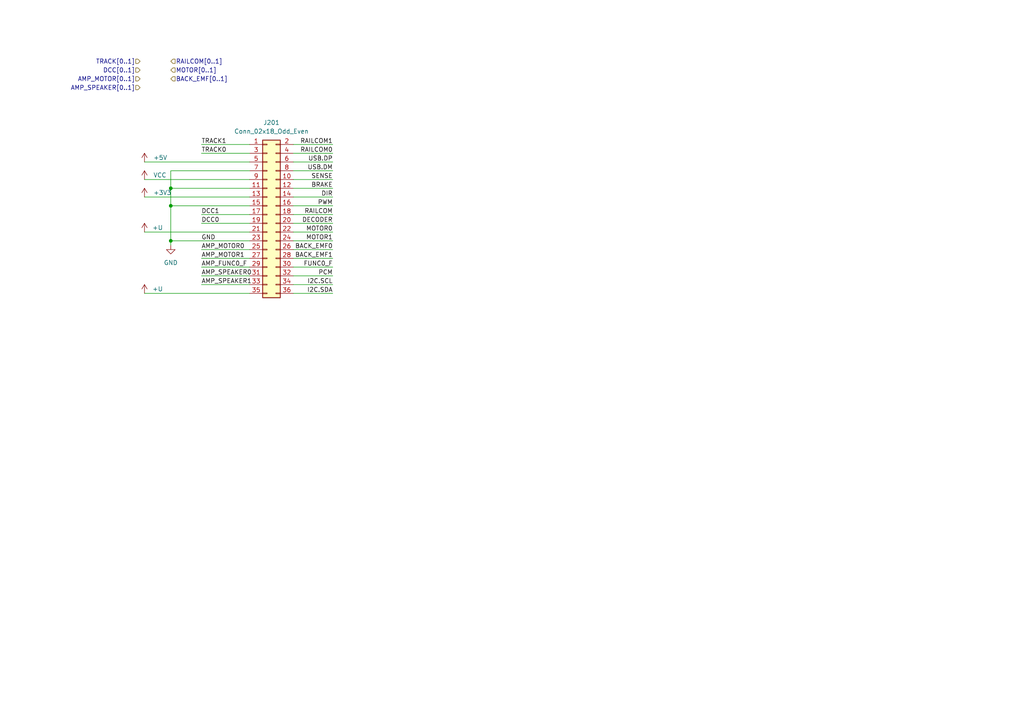
<source format=kicad_sch>
(kicad_sch (version 20231120) (generator "eeschema") (generator_version "8.0")
  (paper "A4")
  (lib_symbols
    (symbol "Connector_Generic:Conn_02x18_Odd_Even" (pin_names (offset 1.016) hide)
      (property "Reference" "J" (at 1.27 22.86 0))
      (property "Value" "Conn_02x18_Odd_Even" (at 1.27 -25.4 0))
      (symbol "Conn_02x18_Odd_Even_1_1"
        (rectangle (start -1.27 -22.733) (end 0 -22.987) (stroke (width 0.1524)))
        (rectangle (start -1.27 -20.193) (end 0 -20.447) (stroke (width 0.1524)))
        (rectangle (start -1.27 -17.653) (end 0 -17.907) (stroke (width 0.1524)))
        (rectangle (start -1.27 -15.113) (end 0 -15.367) (stroke (width 0.1524)))
        (rectangle (start -1.27 -12.573) (end 0 -12.827) (stroke (width 0.1524)))
        (rectangle (start -1.27 -10.033) (end 0 -10.287) (stroke (width 0.1524)))
        (rectangle (start -1.27 -7.493) (end 0 -7.747) (stroke (width 0.1524)))
        (rectangle (start -1.27 -4.953) (end 0 -5.207) (stroke (width 0.1524)))
        (rectangle (start -1.27 -2.413) (end 0 -2.667) (stroke (width 0.1524)))
        (rectangle (start -1.27 0.127) (end 0 -0.127) (stroke (width 0.1524)))
        (rectangle (start -1.27 2.667) (end 0 2.413) (stroke (width 0.1524)))
        (rectangle (start -1.27 5.207) (end 0 4.953) (stroke (width 0.1524)))
        (rectangle (start -1.27 7.747) (end 0 7.493) (stroke (width 0.1524)))
        (rectangle (start -1.27 10.287) (end 0 10.033) (stroke (width 0.1524)))
        (rectangle (start -1.27 12.827) (end 0 12.573) (stroke (width 0.1524)))
        (rectangle (start -1.27 15.367) (end 0 15.113) (stroke (width 0.1524)))
        (rectangle (start -1.27 17.907) (end 0 17.653) (stroke (width 0.1524)))
        (rectangle (start -1.27 20.447) (end 0 20.193) (stroke (width 0.1524)))
        (rectangle (start -1.27 21.59) (end 3.81 -24.13) (stroke (width 0.254)) (fill (type background)))
        (rectangle (start 3.81 -22.733) (end 2.54 -22.987) (stroke (width 0.1524)))
        (rectangle (start 3.81 -20.193) (end 2.54 -20.447) (stroke (width 0.1524)))
        (rectangle (start 3.81 -17.653) (end 2.54 -17.907) (stroke (width 0.1524)))
        (rectangle (start 3.81 -15.113) (end 2.54 -15.367) (stroke (width 0.1524)))
        (rectangle (start 3.81 -12.573) (end 2.54 -12.827) (stroke (width 0.1524)))
        (rectangle (start 3.81 -10.033) (end 2.54 -10.287) (stroke (width 0.1524)))
        (rectangle (start 3.81 -7.493) (end 2.54 -7.747) (stroke (width 0.1524)))
        (rectangle (start 3.81 -4.953) (end 2.54 -5.207) (stroke (width 0.1524)))
        (rectangle (start 3.81 -2.413) (end 2.54 -2.667) (stroke (width 0.1524)))
        (rectangle (start 3.81 0.127) (end 2.54 -0.127) (stroke (width 0.1524)))
        (rectangle (start 3.81 2.667) (end 2.54 2.413) (stroke (width 0.1524)))
        (rectangle (start 3.81 5.207) (end 2.54 4.953) (stroke (width 0.1524)))
        (rectangle (start 3.81 7.747) (end 2.54 7.493) (stroke (width 0.1524)))
        (rectangle (start 3.81 10.287) (end 2.54 10.033) (stroke (width 0.1524)))
        (rectangle (start 3.81 12.827) (end 2.54 12.573) (stroke (width 0.1524)))
        (rectangle (start 3.81 15.367) (end 2.54 15.113) (stroke (width 0.1524)))
        (rectangle (start 3.81 17.907) (end 2.54 17.653) (stroke (width 0.1524)))
        (rectangle (start 3.81 20.447) (end 2.54 20.193) (stroke (width 0.1524)))
        (pin passive line (at -5.08 20.32 0) (length 3.81) (name "Pin_1") (number "1"))
        (pin passive line (at 7.62 10.16 180) (length 3.81) (name "Pin_10") (number "10"))
        (pin passive line (at -5.08 7.62 0) (length 3.81) (name "Pin_11") (number "11"))
        (pin passive line (at 7.62 7.62 180) (length 3.81) (name "Pin_12") (number "12"))
        (pin passive line (at -5.08 5.08 0) (length 3.81) (name "Pin_13") (number "13"))
        (pin passive line (at 7.62 5.08 180) (length 3.81) (name "Pin_14") (number "14"))
        (pin passive line (at -5.08 2.54 0) (length 3.81) (name "Pin_15") (number "15"))
        (pin passive line (at 7.62 2.54 180) (length 3.81) (name "Pin_16") (number "16"))
        (pin passive line (at -5.08 0 0) (length 3.81) (name "Pin_17") (number "17"))
        (pin passive line (at 7.62 0 180) (length 3.81) (name "Pin_18") (number "18"))
        (pin passive line (at -5.08 -2.54 0) (length 3.81) (name "Pin_19") (number "19"))
        (pin passive line (at 7.62 20.32 180) (length 3.81) (name "Pin_2") (number "2"))
        (pin passive line (at 7.62 -2.54 180) (length 3.81) (name "Pin_20") (number "20"))
        (pin passive line (at -5.08 -5.08 0) (length 3.81) (name "Pin_21") (number "21"))
        (pin passive line (at 7.62 -5.08 180) (length 3.81) (name "Pin_22") (number "22"))
        (pin passive line (at -5.08 -7.62 0) (length 3.81) (name "Pin_23") (number "23"))
        (pin passive line (at 7.62 -7.62 180) (length 3.81) (name "Pin_24") (number "24"))
        (pin passive line (at -5.08 -10.16 0) (length 3.81) (name "Pin_25") (number "25"))
        (pin passive line (at 7.62 -10.16 180) (length 3.81) (name "Pin_26") (number "26"))
        (pin passive line (at -5.08 -12.7 0) (length 3.81) (name "Pin_27") (number "27"))
        (pin passive line (at 7.62 -12.7 180) (length 3.81) (name "Pin_28") (number "28"))
        (pin passive line (at -5.08 -15.24 0) (length 3.81) (name "Pin_29") (number "29"))
        (pin passive line (at -5.08 17.78 0) (length 3.81) (name "Pin_3") (number "3"))
        (pin passive line (at 7.62 -15.24 180) (length 3.81) (name "Pin_30") (number "30"))
        (pin passive line (at -5.08 -17.78 0) (length 3.81) (name "Pin_31") (number "31"))
        (pin passive line (at 7.62 -17.78 180) (length 3.81) (name "Pin_32") (number "32"))
        (pin passive line (at -5.08 -20.32 0) (length 3.81) (name "Pin_33") (number "33"))
        (pin passive line (at 7.62 -20.32 180) (length 3.81) (name "Pin_34") (number "34"))
        (pin passive line (at -5.08 -22.86 0) (length 3.81) (name "Pin_35") (number "35"))
        (pin passive line (at 7.62 -22.86 180) (length 3.81) (name "Pin_36") (number "36"))
        (pin passive line (at 7.62 17.78 180) (length 3.81) (name "Pin_4") (number "4"))
        (pin passive line (at -5.08 15.24 0) (length 3.81) (name "Pin_5") (number "5"))
        (pin passive line (at 7.62 15.24 180) (length 3.81) (name "Pin_6") (number "6"))
        (pin passive line (at -5.08 12.7 0) (length 3.81) (name "Pin_7") (number "7"))
        (pin passive line (at 7.62 12.7 180) (length 3.81) (name "Pin_8") (number "8"))
        (pin passive line (at -5.08 10.16 0) (length 3.81) (name "Pin_9") (number "9"))
      )
    )
    (symbol "power:+3V3" (power) (pin_names (offset 0))
      (property "Value" "+3V3" (at 0 3.556 0))
      (symbol "+3V3_0_1"
        (polyline (pts (xy -0.762 1.27) (xy 0 2.54)))
        (polyline (pts (xy 0 0) (xy 0 2.54)))
        (polyline (pts (xy 0 2.54) (xy 0.762 1.27)))
      )
      (symbol "+3V3_1_1"
        (pin power_in line (at 0 0 90) (length 0) hide (name "+3V3") (number "1"))
      )
    )
    (symbol "power:+5V" (power) (pin_names (offset 0))
      (property "Value" "+5V" (at 0 3.556 0))
      (symbol "+5V_0_1"
        (polyline (pts (xy -0.762 1.27) (xy 0 2.54)))
        (polyline (pts (xy 0 0) (xy 0 2.54)))
        (polyline (pts (xy 0 2.54) (xy 0.762 1.27)))
      )
      (symbol "+5V_1_1"
        (pin power_in line (at 0 0 90) (length 0) hide (name "+5V") (number "1"))
      )
    )
    (symbol "power:GND" (power) (pin_names (offset 0))
      (property "Value" "GND" (at 0 -3.81 0))
      (symbol "GND_0_1"
        (polyline (pts (xy 0 0) (xy 0 -1.27) (xy 1.27 -1.27) (xy 0 -2.54) (xy -1.27 -1.27) (xy 0 -1.27)))
      )
      (symbol "GND_1_1"
        (pin power_in line (at 0 0 270) (length 0) hide (name "GND") (number "1"))
      )
    )
    (symbol "power:VCC" (power) (pin_names (offset 0))
      (property "Value" "VCC" (at 0 3.81 0))
      (symbol "VCC_0_1"
        (polyline (pts (xy -0.762 1.27) (xy 0 2.54)))
        (polyline (pts (xy 0 0) (xy 0 2.54)))
        (polyline (pts (xy 0 2.54) (xy 0.762 1.27)))
      )
      (symbol "VCC_1_1"
        (pin power_in line (at 0 0 90) (length 0) hide (name "VCC") (number "1"))
      )
    )
  )
  (junction (at 49.53 54.61))
  (junction (at 49.53 59.69))
  (junction (at 49.53 69.85))
  (wire (pts (xy 41.91 85.09) (xy 72.39 85.09)))
  (wire (pts (xy 85.09 72.39) (xy 96.52 72.39)))
  (wire (pts (xy 85.09 57.15) (xy 96.52 57.15)))
  (wire (pts (xy 58.42 41.91) (xy 72.39 41.91)))
  (wire (pts (xy 85.09 80.01) (xy 96.52 80.01)))
  (wire (pts (xy 58.42 44.45) (xy 72.39 44.45)))
  (wire (pts (xy 85.09 69.85) (xy 96.52 69.85)))
  (wire (pts (xy 49.53 71.12) (xy 49.53 69.85)))
  (wire (pts (xy 41.91 46.99) (xy 72.39 46.99)))
  (wire (pts (xy 58.42 80.01) (xy 72.39 80.01)))
  (wire (pts (xy 72.39 54.61) (xy 49.53 54.61)))
  (wire (pts (xy 85.09 49.53) (xy 96.52 49.53)))
  (wire (pts (xy 41.91 67.31) (xy 72.39 67.31)))
  (wire (pts (xy 58.42 82.55) (xy 72.39 82.55)))
  (wire (pts (xy 85.09 46.99) (xy 96.52 46.99)))
  (wire (pts (xy 85.09 62.23) (xy 96.52 62.23)))
  (wire (pts (xy 49.53 54.61) (xy 49.53 49.53)))
  (wire (pts (xy 85.09 52.07) (xy 96.52 52.07)))
  (wire (pts (xy 58.42 72.39) (xy 72.39 72.39)))
  (wire (pts (xy 85.09 77.47) (xy 96.52 77.47)))
  (wire (pts (xy 85.09 54.61) (xy 96.52 54.61)))
  (wire (pts (xy 85.09 64.77) (xy 96.52 64.77)))
  (wire (pts (xy 49.53 69.85) (xy 49.53 59.69)))
  (wire (pts (xy 58.42 64.77) (xy 72.39 64.77)))
  (wire (pts (xy 96.52 44.45) (xy 85.09 44.45)))
  (wire (pts (xy 58.42 62.23) (xy 72.39 62.23)))
  (wire (pts (xy 85.09 67.31) (xy 96.52 67.31)))
  (wire (pts (xy 58.42 77.47) (xy 72.39 77.47)))
  (wire (pts (xy 41.91 57.15) (xy 72.39 57.15)))
  (wire (pts (xy 85.09 74.93) (xy 96.52 74.93)))
  (wire (pts (xy 85.09 82.55) (xy 96.52 82.55)))
  (wire (pts (xy 85.09 59.69) (xy 96.52 59.69)))
  (wire (pts (xy 49.53 69.85) (xy 72.39 69.85)))
  (wire (pts (xy 96.52 41.91) (xy 85.09 41.91)))
  (wire (pts (xy 85.09 85.09) (xy 96.52 85.09)))
  (wire (pts (xy 49.53 59.69) (xy 72.39 59.69)))
  (wire (pts (xy 41.91 52.07) (xy 72.39 52.07)))
  (wire (pts (xy 49.53 54.61) (xy 49.53 59.69)))
  (wire (pts (xy 72.39 49.53) (xy 49.53 49.53)))
  (wire (pts (xy 58.42 74.93) (xy 72.39 74.93)))
  (label "MOTOR1" (at 96.52 69.85 180))
  (label "I2C.SCL" (at 96.52 82.55 180))
  (label "BRAKE" (at 96.52 54.61 180))
  (label "RAILCOM1" (at 96.52 41.91 180))
  (label "FUNC0_F" (at 96.52 77.47 180))
  (label "RAILCOM" (at 96.52 62.23 180))
  (label "DIR" (at 96.52 57.15 180))
  (label "USB.DP" (at 96.52 46.99 180))
  (label "TRACK1" (at 58.42 41.91 0))
  (label "AMP_MOTOR0" (at 58.42 72.39 0))
  (label "PCM" (at 96.52 80.01 180))
  (label "DECODER" (at 96.52 64.77 180))
  (label "PWM" (at 96.52 59.69 180))
  (label "MOTOR0" (at 96.52 67.31 180))
  (label "AMP_SPEAKER0" (at 58.42 80.01 0))
  (label "DCC1" (at 58.42 62.23 0))
  (label "TRACK0" (at 58.42 44.45 0))
  (label "I2C.SDA" (at 96.52 85.09 180))
  (label "BACK_EMF0" (at 96.52 72.39 180))
  (label "AMP_MOTOR1" (at 58.42 74.93 0))
  (label "SENSE" (at 96.52 52.07 180))
  (label "AMP_FUNC0_F" (at 58.42 77.47 0))
  (label "BACK_EMF1" (at 96.52 74.93 180))
  (label "DCC0" (at 58.42 64.77 0))
  (label "RAILCOM0" (at 96.52 44.45 180))
  (label "GND" (at 58.42 69.85 0))
  (label "USB.DM" (at 96.52 49.53 180))
  (label "AMP_SPEAKER1" (at 58.42 82.55 0))
  (hierarchical_label "AMP_MOTOR[0..1]" (shape input) (at 40.64 22.86 180))
  (hierarchical_label "DCC[0..1]" (shape input) (at 40.64 20.32 180))
  (hierarchical_label "RAILCOM[0..1]" (shape input) (at 49.53 17.78 0))
  (hierarchical_label "BACK_EMF[0..1]" (shape input) (at 49.53 22.86 0))
  (hierarchical_label "TRACK[0..1]" (shape input) (at 40.64 17.78 180))
  (hierarchical_label "MOTOR[0..1]" (shape input) (at 49.53 20.32 0))
  (hierarchical_label "AMP_SPEAKER[0..1]" (shape input) (at 40.64 25.4 180))
  (symbol (lib_id "power:+3V3") (at 41.91 57.15 0) (unit 1)
    (property "Reference" "#PWR0203" (effects (hide yes)))
    (property "Value" "+3V3" (at 44.45 55.8799 0) (effects (justify left)))
    (property "Description" "Power symbol creates a global label with name \"+3V3\"" (effects (hide yes)))
  )
  (symbol (lib_id "power:+5V") (at 41.91 67.31 0) (unit 1)
    (property "Reference" "#PWR0204" (effects (hide yes)))
    (property "Value" "+U" (at 45.72 66.04 0))
    (property "Description" "Power symbol creates a global label with name \"+5V\"" (effects (hide yes)))
  )
  (symbol (lib_id "Connector_Generic:Conn_02x18_Odd_Even") (at 77.47 62.23 0) (unit 1)
    (property "Reference" "J201" (at 78.74 35.56 0))
    (property "Value" "Conn_02x18_Odd_Even" (at 78.74 38.1 0))
    (property "Footprint" "Connector_PinSocket_2.54mm:PinSocket_2x18_P2.54mm_Vertical" (effects (hide yes)))
    (property "Description" "Generic connector, double row, 02x18, odd/even pin numbering scheme (row 1 odd numbers, row 2 even numbers), script generated (kicad-library-utils/schlib/autogen/connector/)" (effects (hide yes)))
  )
  (symbol (lib_id "power:+5V") (at 41.91 46.99 0) (unit 1)
    (property "Reference" "#PWR0201" (effects (hide yes)))
    (property "Value" "+5V" (at 44.45 45.7199 0) (effects (justify left)))
    (property "Description" "Power symbol creates a global label with name \"+5V\"" (effects (hide yes)))
  )
  (symbol (lib_id "power:GND") (at 49.53 71.12 0) (unit 1)
    (property "Reference" "#PWR0206" (effects (hide yes)))
    (property "Value" "GND" (at 49.53 76.2 0))
    (property "Description" "Power symbol creates a global label with name \"GND\" , ground" (effects (hide yes)))
  )
  (symbol (lib_id "power:VCC") (at 41.91 52.07 0) (unit 1)
    (property "Reference" "#PWR0202" (effects (hide yes)))
    (property "Value" "VCC" (at 44.45 50.7999 0) (effects (justify left)))
    (property "Description" "Power symbol creates a global label with name \"VCC\"" (effects (hide yes)))
  )
  (symbol (lib_id "power:+5V") (at 41.91 85.09 0) (unit 1)
    (property "Reference" "#PWR0205" (effects (hide yes)))
    (property "Value" "+U" (at 45.72 83.82 0))
    (property "Description" "Power symbol creates a global label with name \"+5V\"" (effects (hide yes)))
  )
)
</source>
